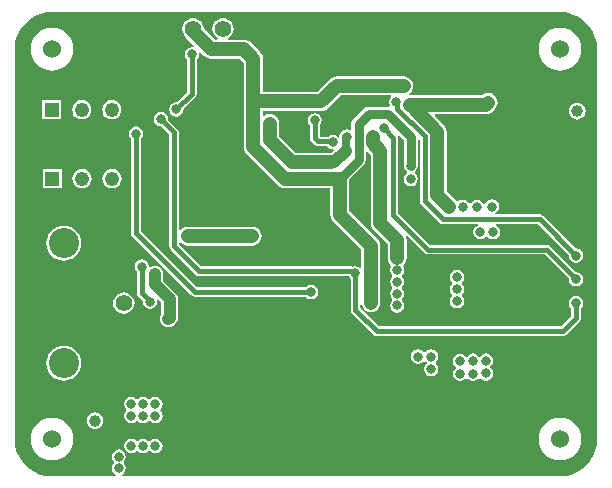
<source format=gbl>
G04*
G04 #@! TF.GenerationSoftware,Altium Limited,Altium Designer,24.10.1 (45)*
G04*
G04 Layer_Physical_Order=2*
G04 Layer_Color=16711680*
%FSLAX44Y44*%
%MOMM*%
G71*
G04*
G04 #@! TF.SameCoordinates,6B000D5F-9EDF-4335-955B-AE7D421AE8B7*
G04*
G04*
G04 #@! TF.FilePolarity,Positive*
G04*
G01*
G75*
%ADD54C,1.0000*%
%ADD62C,0.6500*%
%ADD63C,1.0000*%
%ADD64C,0.4000*%
%ADD65C,1.2000*%
%ADD66C,0.8000*%
%ADD69C,2.5500*%
%ADD70R,1.4000X1.4000*%
%ADD71C,1.4000*%
%ADD72R,1.2180X1.2180*%
%ADD73C,1.2180*%
%ADD74R,1.4000X1.4000*%
%ADD75C,1.5240*%
%ADD76C,0.8000*%
G36*
X469959Y396310D02*
X474796Y395149D01*
X479392Y393246D01*
X483633Y390646D01*
X487416Y387416D01*
X490646Y383633D01*
X493246Y379392D01*
X495149Y374796D01*
X496310Y369959D01*
X496691Y365125D01*
X496666Y365000D01*
Y35000D01*
X496691Y34875D01*
X496310Y30041D01*
X495149Y25204D01*
X493246Y20608D01*
X490646Y16367D01*
X487416Y12584D01*
X483633Y9354D01*
X479392Y6754D01*
X474796Y4851D01*
X469959Y3690D01*
X465125Y3309D01*
X465000Y3334D01*
X94609Y3334D01*
X94224Y4604D01*
X95826Y5674D01*
X97152Y7659D01*
X97618Y10000D01*
X97152Y12341D01*
X95826Y14326D01*
X95767Y14365D01*
Y15635D01*
X95826Y15674D01*
X97152Y17659D01*
X97618Y20000D01*
X97152Y22341D01*
X95826Y24326D01*
X93841Y25652D01*
X91500Y26118D01*
X89159Y25652D01*
X87174Y24326D01*
X85848Y22341D01*
X85382Y20000D01*
X85848Y17659D01*
X87174Y15674D01*
X87233Y15635D01*
Y14365D01*
X87174Y14326D01*
X85848Y12341D01*
X85382Y10000D01*
X85848Y7659D01*
X87174Y5674D01*
X88776Y4604D01*
X88391Y3334D01*
X36263D01*
X36251Y3334D01*
X35000Y3334D01*
X33756Y3397D01*
X30041Y3690D01*
X25204Y4851D01*
X20608Y6754D01*
X16367Y9354D01*
X12584Y12584D01*
X9354Y16367D01*
X6754Y20608D01*
X4851Y25204D01*
X3690Y30041D01*
X3309Y34875D01*
X3334Y35000D01*
Y365000D01*
X3309Y365125D01*
X3690Y369959D01*
X4851Y374796D01*
X6754Y379392D01*
X9354Y383633D01*
X12584Y387416D01*
X16367Y390646D01*
X20608Y393246D01*
X25204Y395149D01*
X30041Y396310D01*
X34875Y396691D01*
X35000Y396666D01*
X465000Y396666D01*
X465125Y396691D01*
X469959Y396310D01*
D02*
G37*
%LPC*%
G36*
X179730Y391348D02*
X177381Y391038D01*
X175191Y390131D01*
X173311Y388689D01*
X171869Y386809D01*
X170962Y384619D01*
X170652Y382270D01*
X170962Y379921D01*
X171869Y377731D01*
X173311Y375851D01*
X175191Y374408D01*
X175360Y374339D01*
X175107Y373069D01*
X172906D01*
X163391Y382584D01*
X163123Y384619D01*
X162216Y386809D01*
X160774Y388689D01*
X158894Y390131D01*
X156705Y391038D01*
X154355Y391348D01*
X152006Y391038D01*
X149816Y390131D01*
X147936Y388689D01*
X146494Y386809D01*
X145587Y384619D01*
X145277Y382270D01*
X145587Y379921D01*
X146494Y377731D01*
X146990Y377084D01*
X147367Y376174D01*
X148649Y374503D01*
X155360Y367793D01*
X154734Y366622D01*
X153500Y366867D01*
X151159Y366402D01*
X149174Y365076D01*
X147848Y363091D01*
X147382Y360750D01*
X147848Y358409D01*
X149174Y356424D01*
X149422Y356259D01*
Y328939D01*
X140542Y320060D01*
X140250Y320117D01*
X137909Y319652D01*
X135924Y318326D01*
X134598Y316341D01*
X134132Y314000D01*
X134598Y311659D01*
X135924Y309674D01*
X137909Y308348D01*
X140250Y307882D01*
X142591Y308348D01*
X144576Y309674D01*
X145902Y311659D01*
X146368Y314000D01*
X146309Y314292D01*
X156384Y324366D01*
X156384Y324366D01*
X157268Y325689D01*
X157578Y327250D01*
X157578Y327250D01*
Y356259D01*
X157826Y356424D01*
X159152Y358409D01*
X159618Y360750D01*
X159372Y361984D01*
X160543Y362610D01*
X163858Y359294D01*
X165529Y358012D01*
X167475Y357206D01*
X169564Y356931D01*
X194158D01*
X197431Y353657D01*
Y320750D01*
Y282250D01*
X197706Y280162D01*
X198512Y278216D01*
X199794Y276544D01*
X226777Y249562D01*
X228448Y248280D01*
X230394Y247474D01*
X232482Y247199D01*
X270599D01*
Y224832D01*
X270874Y222744D01*
X271680Y220798D01*
X272962Y219127D01*
X296931Y195158D01*
Y180521D01*
X295661Y179904D01*
X294167Y180902D01*
X291826Y181367D01*
X289939Y180992D01*
X288866Y181206D01*
X288866Y181206D01*
X160812D01*
X142328Y199689D01*
Y201417D01*
X143598Y201849D01*
X144294Y200942D01*
X145965Y199659D01*
X147912Y198853D01*
X150000Y198578D01*
X204366D01*
X206455Y198853D01*
X208401Y199659D01*
X210072Y200942D01*
X211354Y202613D01*
X212160Y204559D01*
X212435Y206647D01*
X212160Y208736D01*
X211354Y210682D01*
X210072Y212353D01*
X208401Y213635D01*
X206455Y214441D01*
X204366Y214716D01*
X150000D01*
X147912Y214441D01*
X145965Y213635D01*
X144294Y212353D01*
X143598Y211446D01*
X142328Y211877D01*
Y224000D01*
X142229Y224500D01*
X142328Y225000D01*
Y294750D01*
X142018Y296311D01*
X141134Y297634D01*
X141134Y297634D01*
X133309Y305458D01*
X133368Y305750D01*
X132902Y308091D01*
X131576Y310076D01*
X129591Y311402D01*
X127250Y311868D01*
X124909Y311402D01*
X122924Y310076D01*
X121598Y308091D01*
X121132Y305750D01*
X121598Y303409D01*
X122924Y301424D01*
X124909Y300098D01*
X127250Y299632D01*
X127542Y299690D01*
X134172Y293061D01*
Y225000D01*
X134271Y224500D01*
X134172Y224000D01*
Y198000D01*
X134172Y198000D01*
X134482Y196439D01*
X135366Y195116D01*
X156239Y174243D01*
X156239Y174243D01*
X157562Y173359D01*
X159123Y173049D01*
X286146D01*
X286174Y172909D01*
X287500Y170924D01*
X287747Y170759D01*
Y144174D01*
X287747Y144174D01*
X288058Y142613D01*
X288942Y141290D01*
X306866Y123366D01*
X306866Y123366D01*
X308189Y122482D01*
X309750Y122172D01*
X467250D01*
X467250Y122172D01*
X468811Y122482D01*
X470134Y123366D01*
X481634Y134866D01*
X481634Y134866D01*
X482518Y136189D01*
X482828Y137750D01*
X482828Y137750D01*
Y145759D01*
X483076Y145924D01*
X484402Y147909D01*
X484868Y150250D01*
X484402Y152591D01*
X483076Y154576D01*
X481091Y155902D01*
X478750Y156368D01*
X476409Y155902D01*
X474424Y154576D01*
X473098Y152591D01*
X472632Y150250D01*
X473098Y147909D01*
X474424Y145924D01*
X474672Y145759D01*
Y139439D01*
X465561Y130328D01*
X311439D01*
X295904Y145864D01*
Y148569D01*
X297174Y148652D01*
X297206Y148412D01*
X298012Y146466D01*
X299294Y144794D01*
X300965Y143512D01*
X302912Y142706D01*
X305000Y142431D01*
X307088Y142706D01*
X309035Y143512D01*
X310706Y144794D01*
X311988Y146466D01*
X312794Y148412D01*
X313069Y150500D01*
Y198500D01*
X312794Y200588D01*
X311988Y202535D01*
X310706Y204206D01*
X286737Y228175D01*
Y254685D01*
X298826Y266774D01*
X300152Y268759D01*
X300618Y271100D01*
Y278228D01*
X301887Y278754D01*
X304931Y275711D01*
Y217500D01*
X305206Y215412D01*
X306012Y213465D01*
X307294Y211794D01*
X319181Y199908D01*
Y188000D01*
X319456Y185912D01*
X320262Y183965D01*
X321544Y182294D01*
X322332Y181690D01*
X321598Y180591D01*
X321133Y178250D01*
X321598Y175909D01*
X322842Y174048D01*
X322983Y173612D01*
Y172888D01*
X322842Y172452D01*
X321598Y170591D01*
X321133Y168250D01*
X321598Y165909D01*
X322924Y163924D01*
X323170Y163760D01*
Y162490D01*
X322924Y162326D01*
X321598Y160341D01*
X321133Y158000D01*
X321598Y155659D01*
X322842Y153798D01*
X322983Y153362D01*
Y152638D01*
X322842Y152202D01*
X321598Y150341D01*
X321133Y148000D01*
X321598Y145659D01*
X322924Y143674D01*
X324909Y142348D01*
X327250Y141882D01*
X329591Y142348D01*
X331576Y143674D01*
X332902Y145659D01*
X333368Y148000D01*
X332902Y150341D01*
X331658Y152202D01*
X331517Y152638D01*
Y153362D01*
X331658Y153798D01*
X332902Y155659D01*
X333368Y158000D01*
X332902Y160341D01*
X331576Y162326D01*
X331330Y162490D01*
Y163760D01*
X331576Y163924D01*
X332902Y165909D01*
X333368Y168250D01*
X332902Y170591D01*
X331658Y172452D01*
X331517Y172888D01*
Y173612D01*
X331658Y174048D01*
X332902Y175909D01*
X333368Y178250D01*
X332902Y180591D01*
X332168Y181690D01*
X332956Y182294D01*
X334238Y183965D01*
X335044Y185912D01*
X335319Y188000D01*
Y203250D01*
X335044Y205338D01*
X334465Y206736D01*
X335542Y207455D01*
X350631Y192366D01*
X351954Y191482D01*
X353515Y191172D01*
X353515Y191172D01*
X452061D01*
X472691Y170542D01*
X472632Y170250D01*
X473098Y167909D01*
X474424Y165924D01*
X476409Y164598D01*
X478750Y164132D01*
X481091Y164598D01*
X483076Y165924D01*
X484402Y167909D01*
X484868Y170250D01*
X484402Y172591D01*
X483076Y174576D01*
X481091Y175902D01*
X478750Y176367D01*
X478458Y176310D01*
X456634Y198134D01*
X455311Y199018D01*
X453750Y199328D01*
X453750Y199328D01*
X355204D01*
X328078Y226454D01*
Y290221D01*
X328078Y290221D01*
X327829Y291473D01*
X327890Y291567D01*
X328902Y292197D01*
X332632Y288466D01*
Y266500D01*
X333098Y264159D01*
X334424Y262174D01*
X335413Y261514D01*
Y259986D01*
X334424Y259326D01*
X333098Y257341D01*
X332632Y255000D01*
X333098Y252659D01*
X334424Y250674D01*
X336409Y249348D01*
X338750Y248883D01*
X341091Y249348D01*
X343076Y250674D01*
X344402Y252659D01*
X344868Y255000D01*
X344402Y257341D01*
X343076Y259326D01*
X342087Y259986D01*
Y261514D01*
X343076Y262174D01*
X344402Y264159D01*
X344868Y266500D01*
Y288123D01*
X346138Y288799D01*
X346422Y288607D01*
Y236750D01*
X346422Y236750D01*
X346732Y235189D01*
X347616Y233866D01*
X363366Y218116D01*
X363366Y218116D01*
X364689Y217232D01*
X366250Y216922D01*
X366250Y216922D01*
X395283D01*
X395409Y215652D01*
X393424Y214326D01*
X392098Y212341D01*
X391632Y210000D01*
X392098Y207659D01*
X393424Y205674D01*
X395409Y204348D01*
X397750Y203883D01*
X400091Y204348D01*
X402076Y205674D01*
X402365Y206107D01*
X403635D01*
X403924Y205674D01*
X405909Y204348D01*
X408250Y203883D01*
X410591Y204348D01*
X412576Y205674D01*
X413902Y207659D01*
X414367Y210000D01*
X413902Y212341D01*
X412576Y214326D01*
X410591Y215652D01*
X410718Y216922D01*
X446311D01*
X472691Y190542D01*
X472632Y190250D01*
X473098Y187909D01*
X474424Y185924D01*
X476409Y184598D01*
X478750Y184132D01*
X481091Y184598D01*
X483076Y185924D01*
X484402Y187909D01*
X484868Y190250D01*
X484402Y192591D01*
X483076Y194576D01*
X481091Y195902D01*
X478750Y196367D01*
X478458Y196310D01*
X450884Y223884D01*
X449561Y224768D01*
X448000Y225078D01*
X448000Y225078D01*
X410601D01*
X410216Y226348D01*
X411826Y227424D01*
X413152Y229409D01*
X413618Y231750D01*
X413152Y234091D01*
X411826Y236076D01*
X409841Y237402D01*
X407500Y237868D01*
X405159Y237402D01*
X403174Y236076D01*
X401848Y234091D01*
X401748Y233586D01*
X400453D01*
X400402Y233841D01*
X399076Y235826D01*
X397091Y237152D01*
X394750Y237617D01*
X392409Y237152D01*
X390424Y235826D01*
X389639Y234650D01*
X388111D01*
X387326Y235826D01*
X385341Y237152D01*
X383000Y237617D01*
X380659Y237152D01*
X379083Y236099D01*
X378602Y235851D01*
X377434Y236256D01*
X376706Y237206D01*
X369069Y244842D01*
Y295250D01*
X368794Y297338D01*
X367988Y299284D01*
X366706Y300956D01*
X358904Y308758D01*
X359390Y309931D01*
X402500D01*
X404588Y310206D01*
X406535Y311012D01*
X408206Y312294D01*
X409956Y314044D01*
X411238Y315716D01*
X412044Y317662D01*
X412319Y319750D01*
X412044Y321838D01*
X411238Y323784D01*
X409956Y325456D01*
X408284Y326738D01*
X406338Y327544D01*
X404250Y327819D01*
X402162Y327544D01*
X400215Y326738D01*
X399344Y326069D01*
X338250D01*
X337387Y325955D01*
X337336Y326045D01*
X337013Y327187D01*
X338456Y328294D01*
X339738Y329966D01*
X340544Y331912D01*
X340819Y334000D01*
X340544Y336088D01*
X339738Y338035D01*
X338456Y339706D01*
X336785Y340988D01*
X334838Y341794D01*
X332750Y342069D01*
X276000D01*
X273912Y341794D01*
X271966Y340988D01*
X270294Y339706D01*
X259408Y328819D01*
X213569D01*
Y357000D01*
X213294Y359088D01*
X212488Y361034D01*
X211206Y362705D01*
X203206Y370705D01*
X201535Y371988D01*
X199588Y372794D01*
X197500Y373069D01*
X184353D01*
X184100Y374339D01*
X184269Y374408D01*
X186149Y375851D01*
X187591Y377731D01*
X188498Y379921D01*
X188808Y382270D01*
X188498Y384619D01*
X187591Y386809D01*
X186149Y388689D01*
X184269Y390131D01*
X182080Y391038D01*
X179730Y391348D01*
D02*
G37*
G36*
X465000Y383087D02*
X461471Y382740D01*
X458078Y381710D01*
X454951Y380039D01*
X452210Y377789D01*
X449961Y375049D01*
X448290Y371922D01*
X447260Y368529D01*
X446913Y365000D01*
X447260Y361471D01*
X448290Y358078D01*
X449961Y354951D01*
X452210Y352211D01*
X454951Y349961D01*
X458078Y348290D01*
X461471Y347261D01*
X465000Y346913D01*
X468529Y347261D01*
X471922Y348290D01*
X475048Y349961D01*
X477789Y352211D01*
X480039Y354951D01*
X481710Y358078D01*
X482739Y361471D01*
X483087Y365000D01*
X482739Y368529D01*
X481710Y371922D01*
X480039Y375049D01*
X477789Y377789D01*
X475048Y380039D01*
X471922Y381710D01*
X468529Y382740D01*
X465000Y383087D01*
D02*
G37*
G36*
X35000D02*
X31472Y382740D01*
X28079Y381710D01*
X24952Y380039D01*
X22211Y377789D01*
X19961Y375049D01*
X18290Y371922D01*
X17261Y368529D01*
X16913Y365000D01*
X17261Y361471D01*
X18290Y358078D01*
X19961Y354951D01*
X22211Y352211D01*
X24952Y349961D01*
X28079Y348290D01*
X31472Y347261D01*
X35000Y346913D01*
X38529Y347261D01*
X41922Y348290D01*
X45049Y349961D01*
X47790Y352211D01*
X50039Y354951D01*
X51711Y358078D01*
X52740Y361471D01*
X53087Y365000D01*
X52740Y368529D01*
X51711Y371922D01*
X50039Y375049D01*
X47790Y377789D01*
X45049Y380039D01*
X41922Y381710D01*
X38529Y382740D01*
X35000Y383087D01*
D02*
G37*
G36*
X42940Y321840D02*
X26760D01*
Y305660D01*
X42940D01*
Y321840D01*
D02*
G37*
G36*
X85650Y321910D02*
X83538Y321632D01*
X81570Y320817D01*
X79880Y319520D01*
X78584Y317830D01*
X77768Y315862D01*
X77490Y313750D01*
X77768Y311638D01*
X78584Y309670D01*
X79880Y307980D01*
X81570Y306684D01*
X83538Y305868D01*
X85650Y305590D01*
X87762Y305868D01*
X89730Y306684D01*
X91420Y307980D01*
X92717Y309670D01*
X93532Y311638D01*
X93810Y313750D01*
X93532Y315862D01*
X92717Y317830D01*
X91420Y319520D01*
X89730Y320817D01*
X87762Y321632D01*
X85650Y321910D01*
D02*
G37*
G36*
X60250D02*
X58138Y321632D01*
X56170Y320817D01*
X54480Y319520D01*
X53184Y317830D01*
X52368Y315862D01*
X52090Y313750D01*
X52368Y311638D01*
X53184Y309670D01*
X54480Y307980D01*
X56170Y306684D01*
X58138Y305868D01*
X60250Y305590D01*
X62362Y305868D01*
X64330Y306684D01*
X66020Y307980D01*
X67317Y309670D01*
X68132Y311638D01*
X68410Y313750D01*
X68132Y315862D01*
X67317Y317830D01*
X66020Y319520D01*
X64330Y320817D01*
X62362Y321632D01*
X60250Y321910D01*
D02*
G37*
G36*
X479750Y319560D02*
X477923Y319320D01*
X476220Y318615D01*
X474757Y317493D01*
X473635Y316030D01*
X472930Y314327D01*
X472690Y312500D01*
X472930Y310673D01*
X473635Y308970D01*
X474757Y307508D01*
X476220Y306385D01*
X477923Y305680D01*
X479750Y305440D01*
X481577Y305680D01*
X483280Y306385D01*
X484742Y307508D01*
X485864Y308970D01*
X486570Y310673D01*
X486810Y312500D01*
X486570Y314327D01*
X485864Y316030D01*
X484742Y317493D01*
X483280Y318615D01*
X481577Y319320D01*
X479750Y319560D01*
D02*
G37*
G36*
X43190Y263340D02*
X27010D01*
Y247160D01*
X43190D01*
Y263340D01*
D02*
G37*
G36*
X85900Y263410D02*
X83788Y263132D01*
X81820Y262316D01*
X80130Y261020D01*
X78833Y259330D01*
X78018Y257362D01*
X77740Y255250D01*
X78018Y253138D01*
X78833Y251170D01*
X80130Y249480D01*
X81820Y248183D01*
X83788Y247368D01*
X85900Y247090D01*
X88012Y247368D01*
X89980Y248183D01*
X91670Y249480D01*
X92966Y251170D01*
X93782Y253138D01*
X94060Y255250D01*
X93782Y257362D01*
X92966Y259330D01*
X91670Y261020D01*
X89980Y262316D01*
X88012Y263132D01*
X85900Y263410D01*
D02*
G37*
G36*
X60500D02*
X58388Y263132D01*
X56420Y262316D01*
X54730Y261020D01*
X53433Y259330D01*
X52618Y257362D01*
X52340Y255250D01*
X52618Y253138D01*
X53433Y251170D01*
X54730Y249480D01*
X56420Y248183D01*
X58388Y247368D01*
X60500Y247090D01*
X62612Y247368D01*
X64580Y248183D01*
X66270Y249480D01*
X67566Y251170D01*
X68382Y253138D01*
X68660Y255250D01*
X68382Y257362D01*
X67566Y259330D01*
X66270Y261020D01*
X64580Y262316D01*
X62612Y263132D01*
X60500Y263410D01*
D02*
G37*
G36*
X45000Y215621D02*
X42109Y215337D01*
X39328Y214493D01*
X36766Y213124D01*
X34520Y211280D01*
X32677Y209034D01*
X31307Y206472D01*
X30464Y203692D01*
X30179Y200800D01*
X30464Y197909D01*
X31307Y195128D01*
X32677Y192566D01*
X34520Y190320D01*
X36766Y188477D01*
X39328Y187107D01*
X42109Y186264D01*
X45000Y185979D01*
X47892Y186264D01*
X50672Y187107D01*
X53235Y188477D01*
X55480Y190320D01*
X57324Y192566D01*
X58693Y195128D01*
X59537Y197909D01*
X59822Y200800D01*
X59537Y203692D01*
X58693Y206472D01*
X57324Y209034D01*
X55480Y211280D01*
X53235Y213124D01*
X50672Y214493D01*
X47892Y215337D01*
X45000Y215621D01*
D02*
G37*
G36*
X106000Y299618D02*
X103659Y299152D01*
X101674Y297826D01*
X100348Y295841D01*
X99882Y293500D01*
X100348Y291159D01*
X101674Y289174D01*
X101922Y289009D01*
Y209500D01*
X101922Y209500D01*
X102232Y207939D01*
X103116Y206616D01*
X153099Y156634D01*
X154422Y155749D01*
X155983Y155439D01*
X155983Y155439D01*
X249759D01*
X249924Y155192D01*
X251909Y153865D01*
X254250Y153400D01*
X256591Y153865D01*
X258576Y155192D01*
X259902Y157176D01*
X260368Y159517D01*
X259902Y161858D01*
X258576Y163843D01*
X256591Y165169D01*
X254250Y165635D01*
X251909Y165169D01*
X249924Y163843D01*
X249759Y163596D01*
X157672D01*
X110078Y211189D01*
Y289009D01*
X110326Y289174D01*
X111652Y291159D01*
X112118Y293500D01*
X111652Y295841D01*
X110326Y297826D01*
X108341Y299152D01*
X106000Y299618D01*
D02*
G37*
G36*
X377750Y178118D02*
X375409Y177652D01*
X373424Y176326D01*
X372098Y174341D01*
X371632Y172000D01*
X372098Y169659D01*
X373342Y167798D01*
X373483Y167362D01*
Y166638D01*
X373342Y166202D01*
X372098Y164341D01*
X371632Y162000D01*
X372098Y159659D01*
X373424Y157674D01*
X373670Y157510D01*
Y156240D01*
X373424Y156076D01*
X372098Y154091D01*
X371632Y151750D01*
X372098Y149409D01*
X373424Y147424D01*
X375409Y146098D01*
X377750Y145632D01*
X380091Y146098D01*
X382076Y147424D01*
X383402Y149409D01*
X383867Y151750D01*
X383402Y154091D01*
X382076Y156076D01*
X381830Y156240D01*
Y157510D01*
X382076Y157674D01*
X383402Y159659D01*
X383867Y162000D01*
X383402Y164341D01*
X382158Y166202D01*
X382017Y166638D01*
Y167362D01*
X382158Y167798D01*
X383402Y169659D01*
X383867Y172000D01*
X383402Y174341D01*
X382076Y176326D01*
X380091Y177652D01*
X377750Y178118D01*
D02*
G37*
G36*
X95800Y159078D02*
X93451Y158768D01*
X91261Y157862D01*
X89381Y156419D01*
X87939Y154539D01*
X87032Y152350D01*
X86723Y150000D01*
X87032Y147651D01*
X87939Y145461D01*
X89381Y143581D01*
X91261Y142139D01*
X93451Y141232D01*
X95800Y140922D01*
X98150Y141232D01*
X100339Y142139D01*
X102219Y143581D01*
X103662Y145461D01*
X104569Y147651D01*
X104878Y150000D01*
X104569Y152350D01*
X103662Y154539D01*
X102219Y156419D01*
X100339Y157862D01*
X98150Y158768D01*
X95800Y159078D01*
D02*
G37*
G36*
X110968Y187115D02*
X108627Y186649D01*
X106642Y185323D01*
X105316Y183339D01*
X104850Y180998D01*
X105316Y178657D01*
X106642Y176672D01*
X106922Y176485D01*
Y158837D01*
X106922Y158837D01*
X107232Y157276D01*
X108116Y155953D01*
X112038Y152031D01*
X111882Y151250D01*
X112348Y148909D01*
X113674Y146924D01*
X115659Y145598D01*
X118000Y145133D01*
X120341Y145598D01*
X122326Y146924D01*
X123652Y148909D01*
X124117Y151250D01*
X123906Y152313D01*
X125077Y152938D01*
X127440Y150576D01*
Y140351D01*
X127386Y140280D01*
X126680Y138577D01*
X126440Y136750D01*
Y136500D01*
X126680Y134673D01*
X127386Y132970D01*
X128508Y131508D01*
X129970Y130386D01*
X131673Y129680D01*
X133500Y129440D01*
X135327Y129680D01*
X137030Y130386D01*
X138492Y131508D01*
X139317Y132582D01*
X139493Y132758D01*
X140615Y134220D01*
X141320Y135923D01*
X141560Y137750D01*
Y153500D01*
X141320Y155327D01*
X140615Y157030D01*
X139493Y158492D01*
X129060Y168925D01*
Y174750D01*
X128820Y176577D01*
X128115Y178280D01*
X126993Y179743D01*
X125530Y180865D01*
X123827Y181570D01*
X122000Y181810D01*
X120173Y181570D01*
X118470Y180865D01*
X118330Y180757D01*
X117924Y180835D01*
X117015Y181349D01*
X116620Y183339D01*
X115294Y185323D01*
X113309Y186649D01*
X110968Y187115D01*
D02*
G37*
G36*
X356000Y110868D02*
X353659Y110402D01*
X351674Y109076D01*
X351135Y108269D01*
X349865D01*
X349326Y109076D01*
X347341Y110402D01*
X345000Y110868D01*
X342659Y110402D01*
X340674Y109076D01*
X339348Y107091D01*
X338882Y104750D01*
X339348Y102409D01*
X340674Y100424D01*
X342659Y99098D01*
X345000Y98632D01*
X347341Y99098D01*
X349326Y100424D01*
X349865Y101231D01*
X351135D01*
X351674Y100424D01*
X352334Y99984D01*
Y98713D01*
X351754Y98326D01*
X350428Y96341D01*
X349962Y94000D01*
X350428Y91659D01*
X351754Y89674D01*
X353739Y88348D01*
X356080Y87882D01*
X358421Y88348D01*
X360405Y89674D01*
X361731Y91659D01*
X362197Y94000D01*
X361731Y96341D01*
X360405Y98326D01*
X359746Y98767D01*
Y100037D01*
X360326Y100424D01*
X361652Y102409D01*
X362118Y104750D01*
X361652Y107091D01*
X360326Y109076D01*
X358341Y110402D01*
X356000Y110868D01*
D02*
G37*
G36*
X402500Y107367D02*
X400159Y106902D01*
X398174Y105576D01*
X397635Y104769D01*
X396365D01*
X395826Y105576D01*
X393841Y106902D01*
X391500Y107367D01*
X389159Y106902D01*
X387174Y105576D01*
X386512Y104584D01*
X385242D01*
X384746Y105326D01*
X382761Y106652D01*
X380420Y107118D01*
X378079Y106652D01*
X376095Y105326D01*
X374769Y103341D01*
X374303Y101000D01*
X374769Y98659D01*
X376095Y96674D01*
X376754Y96233D01*
Y94963D01*
X376174Y94576D01*
X374848Y92591D01*
X374383Y90250D01*
X374848Y87909D01*
X376174Y85924D01*
X378159Y84598D01*
X380500Y84132D01*
X382841Y84598D01*
X384826Y85924D01*
X385365Y86731D01*
X386635D01*
X387174Y85924D01*
X389159Y84598D01*
X391500Y84132D01*
X393841Y84598D01*
X395826Y85924D01*
X396488Y86916D01*
X397758D01*
X398254Y86174D01*
X400238Y84848D01*
X402580Y84382D01*
X404921Y84848D01*
X406905Y86174D01*
X408231Y88159D01*
X408697Y90500D01*
X408231Y92841D01*
X406905Y94826D01*
X406246Y95267D01*
Y96537D01*
X406826Y96924D01*
X408152Y98909D01*
X408618Y101250D01*
X408152Y103591D01*
X406826Y105576D01*
X404841Y106902D01*
X402500Y107367D01*
D02*
G37*
G36*
X45000Y114022D02*
X42109Y113737D01*
X39328Y112893D01*
X36766Y111524D01*
X34520Y109680D01*
X32677Y107434D01*
X31307Y104872D01*
X30464Y102092D01*
X30179Y99200D01*
X30464Y96309D01*
X31307Y93528D01*
X32677Y90966D01*
X34520Y88720D01*
X36766Y86877D01*
X39328Y85507D01*
X42109Y84663D01*
X45000Y84379D01*
X47892Y84663D01*
X50672Y85507D01*
X53235Y86877D01*
X55480Y88720D01*
X57324Y90966D01*
X58693Y93528D01*
X59537Y96309D01*
X59822Y99200D01*
X59537Y102092D01*
X58693Y104872D01*
X57324Y107434D01*
X55480Y109680D01*
X53235Y111524D01*
X50672Y112893D01*
X47892Y113737D01*
X45000Y114022D01*
D02*
G37*
G36*
X112129Y70620D02*
X109788Y70155D01*
X107803Y68829D01*
X107802Y68826D01*
X107327D01*
X106367Y68965D01*
X104591Y70152D01*
X102250Y70617D01*
X99909Y70152D01*
X97924Y68826D01*
X96598Y66841D01*
X96132Y64500D01*
X96598Y62159D01*
X97924Y60174D01*
X97983Y60135D01*
Y58865D01*
X97924Y58826D01*
X96598Y56841D01*
X96132Y54500D01*
X96598Y52159D01*
X97924Y50174D01*
X99909Y48848D01*
X102250Y48383D01*
X104591Y48848D01*
X106576Y50174D01*
X106615Y50233D01*
X107885D01*
X107924Y50174D01*
X109909Y48848D01*
X112250Y48383D01*
X114591Y48848D01*
X116576Y50174D01*
X116740Y50420D01*
X118010D01*
X118174Y50174D01*
X120159Y48848D01*
X122500Y48383D01*
X124841Y48848D01*
X126826Y50174D01*
X128152Y52159D01*
X128617Y54500D01*
X128152Y56841D01*
X126908Y58702D01*
X126767Y59138D01*
Y59862D01*
X126908Y60298D01*
X128152Y62159D01*
X128617Y64500D01*
X128152Y66841D01*
X126826Y68826D01*
X124841Y70152D01*
X122500Y70617D01*
X120159Y70152D01*
X118174Y68826D01*
X117950Y68491D01*
X116680D01*
X116455Y68829D01*
X114470Y70155D01*
X112129Y70620D01*
D02*
G37*
G36*
X71500Y57560D02*
X69673Y57320D01*
X67970Y56614D01*
X66508Y55492D01*
X65385Y54030D01*
X64680Y52327D01*
X64440Y50500D01*
X64680Y48673D01*
X65385Y46970D01*
X66508Y45508D01*
X67970Y44385D01*
X69673Y43680D01*
X71500Y43440D01*
X73327Y43680D01*
X75030Y44385D01*
X76493Y45508D01*
X77614Y46970D01*
X78320Y48673D01*
X78560Y50500D01*
X78320Y52327D01*
X77614Y54030D01*
X76493Y55492D01*
X75030Y56614D01*
X73327Y57320D01*
X71500Y57560D01*
D02*
G37*
G36*
X122500Y35117D02*
X120159Y34652D01*
X118174Y33326D01*
X118010Y33080D01*
X116740D01*
X116576Y33326D01*
X114591Y34652D01*
X112250Y35117D01*
X109909Y34652D01*
X107924Y33326D01*
X107885Y33267D01*
X106615D01*
X106576Y33326D01*
X104591Y34652D01*
X102250Y35117D01*
X99909Y34652D01*
X97924Y33326D01*
X96598Y31341D01*
X96132Y29000D01*
X96598Y26659D01*
X97924Y24674D01*
X99909Y23348D01*
X102250Y22882D01*
X104591Y23348D01*
X106576Y24674D01*
X106615Y24733D01*
X107885D01*
X107924Y24674D01*
X109909Y23348D01*
X112250Y22882D01*
X114591Y23348D01*
X116576Y24674D01*
X116740Y24920D01*
X118010D01*
X118174Y24674D01*
X120159Y23348D01*
X122500Y22882D01*
X124841Y23348D01*
X126826Y24674D01*
X128152Y26659D01*
X128617Y29000D01*
X128152Y31341D01*
X126826Y33326D01*
X124841Y34652D01*
X122500Y35117D01*
D02*
G37*
G36*
X465000Y53087D02*
X461471Y52740D01*
X458078Y51711D01*
X454951Y50039D01*
X452210Y47790D01*
X449961Y45049D01*
X448290Y41922D01*
X447260Y38529D01*
X446913Y35000D01*
X447260Y31472D01*
X448290Y28079D01*
X449961Y24952D01*
X452210Y22211D01*
X454951Y19961D01*
X458078Y18290D01*
X461471Y17261D01*
X465000Y16913D01*
X468529Y17261D01*
X471922Y18290D01*
X475048Y19961D01*
X477789Y22211D01*
X480039Y24952D01*
X481710Y28079D01*
X482739Y31472D01*
X483087Y35000D01*
X482739Y38529D01*
X481710Y41922D01*
X480039Y45049D01*
X477789Y47790D01*
X475048Y50039D01*
X471922Y51711D01*
X468529Y52740D01*
X465000Y53087D01*
D02*
G37*
G36*
X35000D02*
X31472Y52740D01*
X28079Y51711D01*
X24952Y50039D01*
X22211Y47790D01*
X19961Y45049D01*
X18290Y41922D01*
X17261Y38529D01*
X16913Y35000D01*
X17261Y31472D01*
X18290Y28079D01*
X19961Y24952D01*
X22211Y22211D01*
X24952Y19961D01*
X28079Y18290D01*
X31472Y17261D01*
X35000Y16913D01*
X38529Y17261D01*
X41922Y18290D01*
X45049Y19961D01*
X47790Y22211D01*
X50039Y24952D01*
X51711Y28079D01*
X52740Y31472D01*
X53087Y35000D01*
X52740Y38529D01*
X51711Y41922D01*
X50039Y45049D01*
X47790Y47790D01*
X45049Y50039D01*
X41922Y51711D01*
X38529Y52740D01*
X35000Y53087D01*
D02*
G37*
%LPD*%
G36*
X322256Y324661D02*
X322138Y324583D01*
X320812Y322598D01*
X320347Y320257D01*
X320812Y317916D01*
X321209Y317323D01*
X320445Y316180D01*
X319500Y316367D01*
X303000D01*
X300659Y315902D01*
X298674Y314576D01*
X290174Y306076D01*
X288848Y304091D01*
X288382Y301750D01*
Y296969D01*
X287262Y296370D01*
X286841Y296652D01*
X284500Y297118D01*
X282159Y296652D01*
X280174Y295326D01*
X278848Y293341D01*
X278382Y291000D01*
X278444Y290690D01*
X277248Y290194D01*
X276826Y290826D01*
X274841Y292152D01*
X272500Y292618D01*
X270159Y292152D01*
X268508Y291049D01*
X262189D01*
X261578Y291660D01*
Y300259D01*
X261826Y300424D01*
X263152Y302409D01*
X263617Y304750D01*
X263152Y307091D01*
X261826Y309076D01*
X259841Y310402D01*
X257500Y310868D01*
X255159Y310402D01*
X253174Y309076D01*
X251848Y307091D01*
X251383Y304750D01*
X251848Y302409D01*
X253174Y300424D01*
X253422Y300259D01*
Y289971D01*
X253422Y289971D01*
X253732Y288410D01*
X254616Y287087D01*
X257616Y284087D01*
X258939Y283203D01*
X260500Y282892D01*
X260500Y282892D01*
X267694D01*
X268174Y282174D01*
X270159Y280848D01*
X272500Y280382D01*
X273251Y280532D01*
X273876Y279361D01*
X271811Y277296D01*
X271500Y277337D01*
X241623D01*
X227569Y291391D01*
Y301951D01*
X227294Y304039D01*
X226488Y305986D01*
X225206Y307657D01*
X223535Y308939D01*
X221588Y309745D01*
X219500Y310020D01*
X217412Y309745D01*
X215466Y308939D01*
X214839Y308458D01*
X213569Y309085D01*
Y312681D01*
X262750D01*
X264838Y312956D01*
X266784Y313762D01*
X268456Y315044D01*
X279342Y325931D01*
X321870D01*
X322256Y324661D01*
D02*
G37*
D54*
X479750Y312500D02*
D03*
X71500Y50500D02*
D03*
D62*
X283500Y279000D02*
X284213Y279713D01*
Y290713D01*
X284500Y291000D01*
D63*
X122000Y166000D02*
Y174750D01*
X134500Y137750D02*
Y153500D01*
X122000Y166000D02*
X134500Y153500D01*
X133500Y136750D02*
X134500Y137750D01*
X133500Y136500D02*
Y136750D01*
X273768Y269268D02*
X283500Y279000D01*
X271500Y269268D02*
X273768D01*
D64*
X140250Y314000D02*
X153500Y327250D01*
Y360750D01*
X324000Y224765D02*
X353515Y195250D01*
X453750D02*
X478750Y170250D01*
X353515Y195250D02*
X453750D01*
X291826Y144174D02*
X309750Y126250D01*
X291826Y144174D02*
Y175250D01*
X106000Y209500D02*
X155983Y159517D01*
X254250D01*
X326991Y314642D02*
Y319730D01*
Y314642D02*
X350500Y291133D01*
X316310Y297911D02*
X324000Y290221D01*
X326464Y320257D02*
X326991Y319730D01*
X324000Y224765D02*
Y290221D01*
X106000Y209500D02*
Y293500D01*
X111000Y158837D02*
X118000Y151837D01*
X111000Y158837D02*
Y180965D01*
X118000Y151250D02*
Y151837D01*
X110968Y180998D02*
X111000Y180965D01*
X159123Y177127D02*
X288866D01*
X290743Y175250D02*
X291826D01*
X288866Y177127D02*
X290743Y175250D01*
X138250Y198000D02*
X159123Y177127D01*
X138250Y225000D02*
Y294750D01*
X127250Y305750D02*
X138250Y294750D01*
Y198000D02*
Y224000D01*
X309750Y126250D02*
X467250D01*
X350500Y236750D02*
Y291133D01*
Y236750D02*
X366250Y221000D01*
X257500Y289971D02*
X260500Y286971D01*
X257500Y289971D02*
Y304750D01*
X272029Y286971D02*
X272500Y286500D01*
X260500Y286971D02*
X272029D01*
X478750Y137750D02*
Y150250D01*
X467250Y126250D02*
X478750Y137750D01*
X448000Y221000D02*
X478750Y190250D01*
X366250Y221000D02*
X448000D01*
X154355Y380209D02*
Y382270D01*
D65*
X340250Y316000D02*
X361000Y295250D01*
X338250Y318000D02*
X340250Y316000D01*
X306500Y285553D02*
Y291000D01*
X150000Y206647D02*
X159250D01*
X306500Y285553D02*
X313000Y279053D01*
Y217500D02*
X327250Y203250D01*
X313000Y217500D02*
Y279053D01*
X361000Y241500D02*
X371000Y231500D01*
X361000Y241500D02*
Y295250D01*
X338250Y318000D02*
X402500D01*
X404250Y319750D01*
X205500Y320750D02*
X262750D01*
X205500D02*
Y357000D01*
Y282250D02*
Y320750D01*
X219500Y288049D02*
Y301951D01*
X305000Y150500D02*
Y198500D01*
X278668Y224832D02*
Y255268D01*
Y224832D02*
X305000Y198500D01*
X219500Y288049D02*
X238281Y269268D01*
X271500D01*
X232482Y255268D02*
X278668D01*
X205500Y282250D02*
X232482Y255268D01*
X327250Y188000D02*
Y203250D01*
X159250Y206647D02*
X204366D01*
X262750Y320750D02*
X276000Y334000D01*
X332750D01*
X169564Y365000D02*
X197500D01*
X154355Y380209D02*
X169564Y365000D01*
X197500D02*
X205500Y357000D01*
D66*
X338750Y266500D02*
Y291000D01*
X319500Y310250D02*
X338750Y291000D01*
X303000Y310250D02*
X319500D01*
X294500Y301750D02*
X303000Y310250D01*
X294500Y271100D02*
Y301750D01*
X278668Y255268D02*
X294500Y271100D01*
D69*
X45000Y99200D02*
D03*
Y200800D02*
D03*
D70*
X95800Y124600D02*
D03*
D71*
Y150000D02*
D03*
X179730Y382270D02*
D03*
X154355D02*
D03*
D72*
X34850Y313750D02*
D03*
X35100Y255250D02*
D03*
D73*
X60250Y313750D02*
D03*
X85650D02*
D03*
X60500Y255250D02*
D03*
X85900D02*
D03*
D74*
X128980Y382270D02*
D03*
D75*
X35000Y35000D02*
D03*
X465000Y365000D02*
D03*
X35000D02*
D03*
X465000Y35000D02*
D03*
D76*
X197750Y148250D02*
D03*
X274750Y134750D02*
D03*
X292750Y75750D02*
D03*
X277500Y75500D02*
D03*
X245000Y75250D02*
D03*
X14250Y89750D02*
D03*
Y74750D02*
D03*
Y59750D02*
D03*
X15000Y148500D02*
D03*
Y133500D02*
D03*
Y118500D02*
D03*
X363750Y382500D02*
D03*
X378750D02*
D03*
X393750D02*
D03*
X408750D02*
D03*
X423750D02*
D03*
X338750Y266500D02*
D03*
X316310Y297911D02*
D03*
X326464Y320257D02*
D03*
X338250Y318000D02*
D03*
X306500Y291000D02*
D03*
X158000Y138750D02*
D03*
X227000Y75250D02*
D03*
X262500Y75500D02*
D03*
X102245Y316872D02*
D03*
X100000Y339500D02*
D03*
X86250Y339250D02*
D03*
X73000Y338750D02*
D03*
X115250Y303500D02*
D03*
X117000Y236250D02*
D03*
X116250Y252500D02*
D03*
X162500Y261500D02*
D03*
X166250Y287750D02*
D03*
X177000Y275750D02*
D03*
X88500Y67750D02*
D03*
X96500Y173000D02*
D03*
X41250Y175000D02*
D03*
X31506Y296991D02*
D03*
X48750Y294000D02*
D03*
X68250Y296000D02*
D03*
X221000Y361750D02*
D03*
X329250Y373000D02*
D03*
X270750Y387750D02*
D03*
X438000Y355000D02*
D03*
Y382500D02*
D03*
X368050Y333091D02*
D03*
X392250Y247500D02*
D03*
X393000Y304250D02*
D03*
X388750Y291250D02*
D03*
X429500Y90000D02*
D03*
X390250Y74750D02*
D03*
X405250D02*
D03*
X112500Y90000D02*
D03*
X133500Y136500D02*
D03*
X122000Y174750D02*
D03*
X118000Y151250D02*
D03*
X110968Y180998D02*
D03*
X180000Y75000D02*
D03*
X254250Y159517D02*
D03*
X191000Y303750D02*
D03*
X335750Y359750D02*
D03*
X308750Y351750D02*
D03*
X280010Y351333D02*
D03*
X247750Y341000D02*
D03*
X249000Y293250D02*
D03*
X293000Y320250D02*
D03*
X313500Y320500D02*
D03*
X472500Y330000D02*
D03*
X457500D02*
D03*
X450000Y315000D02*
D03*
X457500Y300000D02*
D03*
X442500Y330000D02*
D03*
X435000Y315000D02*
D03*
X442500Y300000D02*
D03*
X435000Y285000D02*
D03*
Y105000D02*
D03*
Y75000D02*
D03*
Y15000D02*
D03*
X427500Y300000D02*
D03*
X420000Y285000D02*
D03*
X427500Y270000D02*
D03*
X420000Y75000D02*
D03*
X427500Y60000D02*
D03*
X420000Y15000D02*
D03*
X412500Y300000D02*
D03*
X405000Y285000D02*
D03*
X412500Y270000D02*
D03*
X405000Y255000D02*
D03*
Y15000D02*
D03*
X390000Y345000D02*
D03*
X397500Y270000D02*
D03*
X390000Y15000D02*
D03*
X375000Y345000D02*
D03*
Y15000D02*
D03*
X360000D02*
D03*
X345000D02*
D03*
X330000D02*
D03*
X315000D02*
D03*
X300000D02*
D03*
X285000D02*
D03*
X270000D02*
D03*
X255000D02*
D03*
X210000Y75000D02*
D03*
X195000D02*
D03*
X127500Y360000D02*
D03*
X105000Y105000D02*
D03*
X90000Y195000D02*
D03*
Y105000D02*
D03*
X97500Y90000D02*
D03*
X75000Y225000D02*
D03*
X82500Y210000D02*
D03*
X75000Y195000D02*
D03*
X82500Y180000D02*
D03*
X75000Y165000D02*
D03*
Y135000D02*
D03*
Y105000D02*
D03*
X82500Y90000D02*
D03*
X75000Y75000D02*
D03*
X60000Y225000D02*
D03*
X67500Y180000D02*
D03*
X60000Y165000D02*
D03*
Y135000D02*
D03*
X67500Y120000D02*
D03*
X60000Y75000D02*
D03*
X67500Y30000D02*
D03*
X60000Y15000D02*
D03*
X45000Y135000D02*
D03*
X52500Y60000D02*
D03*
X30000Y75000D02*
D03*
X15000Y345000D02*
D03*
Y105000D02*
D03*
X219500Y301951D02*
D03*
X284500Y291000D02*
D03*
X272500Y286500D02*
D03*
X272383Y204633D02*
D03*
X404250Y319750D02*
D03*
X278668Y255268D02*
D03*
X204366Y206647D02*
D03*
X106000Y293500D02*
D03*
X159250Y206647D02*
D03*
X150000D02*
D03*
X478750Y150250D02*
D03*
X291826Y175250D02*
D03*
X305000Y150500D02*
D03*
X327250Y148000D02*
D03*
X391500Y90250D02*
D03*
X380500D02*
D03*
X402580Y90500D02*
D03*
X402500Y101250D02*
D03*
X327250Y158000D02*
D03*
X356080Y94000D02*
D03*
X345000Y104750D02*
D03*
X327250Y178250D02*
D03*
Y168250D02*
D03*
X112129Y64503D02*
D03*
X257500Y304750D02*
D03*
X262750Y320750D02*
D03*
X332750Y334000D02*
D03*
X380420Y101000D02*
D03*
X391500Y101250D02*
D03*
X356000Y104750D02*
D03*
X127250Y305750D02*
D03*
X397750Y210000D02*
D03*
X408250D02*
D03*
X338750Y255000D02*
D03*
X377750Y172000D02*
D03*
Y162000D02*
D03*
Y151750D02*
D03*
X371000Y231500D02*
D03*
X383000D02*
D03*
X394750D02*
D03*
X407500Y231750D02*
D03*
X327250Y188000D02*
D03*
X122500Y64500D02*
D03*
X102250D02*
D03*
X91500Y10000D02*
D03*
Y20000D02*
D03*
X122500Y29000D02*
D03*
X102250D02*
D03*
X112250D02*
D03*
Y54500D02*
D03*
X102250D02*
D03*
X122500D02*
D03*
X153500Y360750D02*
D03*
X140250Y314000D02*
D03*
X478750Y170250D02*
D03*
Y190250D02*
D03*
M02*

</source>
